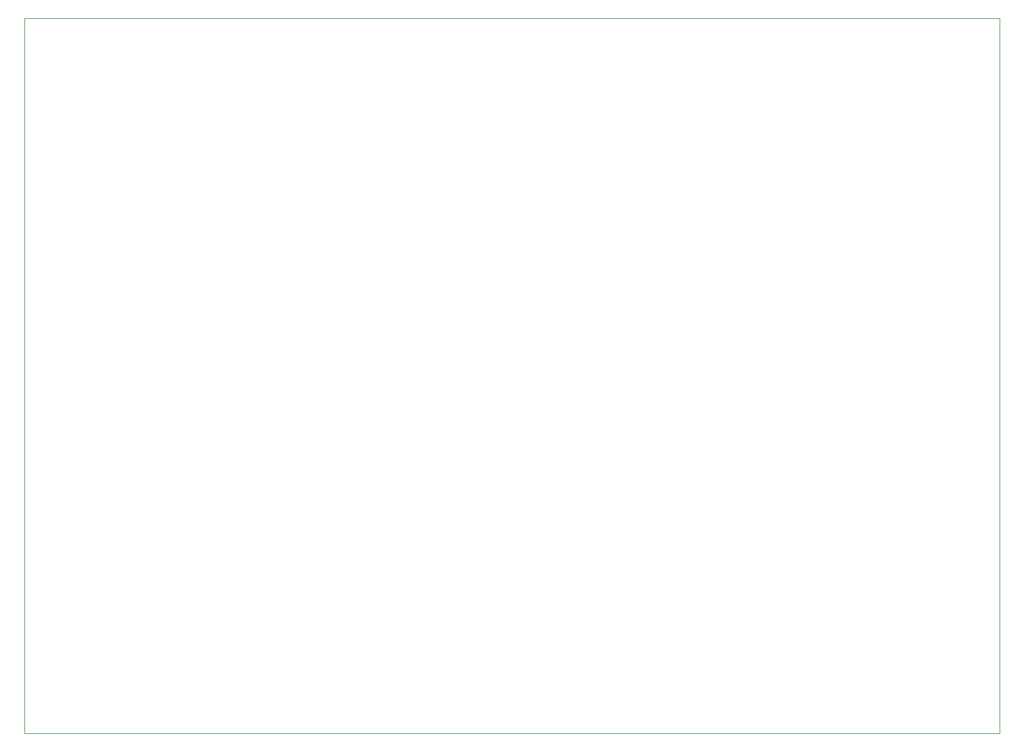
<source format=gbr>
G04*
G04 #@! TF.GenerationSoftware,Altium Limited,Altium Designer,23.2.1 (34)*
G04*
G04 Layer_Color=0*
%FSLAX25Y25*%
%MOIN*%
G70*
G04*
G04 #@! TF.SameCoordinates,D46152EC-C408-46DB-B0A5-B777A763C0D4*
G04*
G04*
G04 #@! TF.FilePolarity,Positive*
G04*
G01*
G75*
%ADD69C,0.00100*%
D69*
X100000Y109000D02*
X632500D01*
Y500000D01*
X100000D01*
Y109000D01*
M02*

</source>
